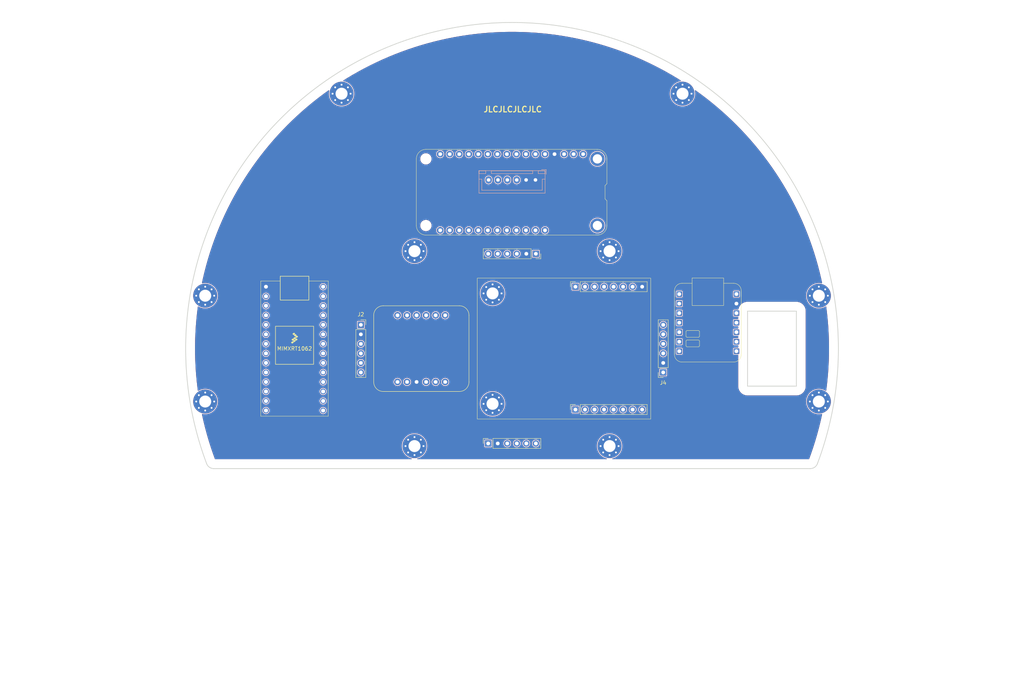
<source format=kicad_pcb>
(kicad_pcb (version 20221018) (generator pcbnew)
  (layers (0 "F.Cu" signal) (31 "B.Cu" signal) (34 "B.Paste" user) (35 "F.Paste" user) (36 "B.SilkS" user "B.Silkscreen") (37 "F.SilkS" user "F.Silkscreen") (38 "B.Mask" user) (39 "F.Mask" user) (44 "Edge.Cuts" user))
  (net 0 "")
  (net 13 "+5V")
  (net 14 "/CAM TX")
  (net 15 "/CAM RX")
  (net 16 "GND")
  (net 25 "+3V3")
  (net 26 "/SCL TOF")
  (net 27 "/SDA TOF")
  (net 29 "/XSHUT 0")
  (net 31 "/XSHUT 1")
  (net 33 "/XSHUT 2")
  (net 35 "/XSHUT 3")
  (net 37 "/COM SCL")
  (net 38 "/COM SDA")
  (net 43 "/COM RST")
  (net 46 "/ESP TX")
  (net 47 "/ESP RX")
  (net 52 "/OLED RST")
  (net 53 "/OLED SDA")
  (net 54 "/OLED SCL")
  (net 55 "/C")
  (net 56 "/B")
  (net 57 "/A")
  (net 69 "/L3 TX")
  (net 70 "/L3 RX")
  (footprint "Connector_PinSocket_2.54mm:PinSocket_1x06_P2.54mm_Vertical" (layer "F.Cu") (at 108.196 98.654)
    (fp_text reference "J2" (at 0 -2.77) (layer "F.SilkS"))
    (fp_text value "TOF 0")
    (fp_line (start -1.33 1.27) (end -1.33 14.03) (stroke (width 0.12)) (layer "F.SilkS"))
    (fp_line (start -1.33 1.27) (end 1.33 1.27) (stroke (width 0.12)) (layer "F.SilkS"))
    (fp_line (start -1.33 14.03) (end 1.33 14.03) (stroke (width 0.12)) (layer "F.SilkS"))
    (fp_line (start 0 -1.33) (end 1.33 -1.33) (stroke (width 0.12)) (layer "F.SilkS"))
    (fp_line (start 1.33 -1.33) (end 1.33 0) (stroke (width 0.12)) (layer "F.SilkS"))
    (fp_line (start 1.33 1.27) (end 1.33 14.03) (stroke (width 0.12)) (layer "F.SilkS"))
    (pad "1" thru_hole rect (at 0 0) (size 1.7 1.7) (drill 1) (layers "*.Cu" "*.Mask") (net 13 "+5V"))
    (pad "2" thru_hole oval (at 0 2.54) (size 1.7 1.7) (drill 1) (layers "*.Cu" "*.Mask") (net 16 "GND"))
    (pad "3" thru_hole oval (at 0 5.08) (size 1.7 1.7) (drill 1) (layers "*.Cu" "*.Mask") (net 26 "/SCL TOF"))
    (pad "4" thru_hole oval (at 0 7.62) (size 1.7 1.7) (drill 1) (layers "*.Cu" "*.Mask") (net 27 "/SDA TOF"))
    (pad "5" thru_hole oval (at 0 10.16) (size 1.7 1.7) (drill 1) (layers "*.Cu" "*.Mask"))
    (pad "6" thru_hole oval (at 0 12.7) (size 1.7 1.7) (drill 1) (layers "*.Cu" "*.Mask") (net 29 "/XSHUT 0"))
  )
  (footprint "MountingHole:MountingHole_3.2mm_M3_Pad_Via" (layer "F.Cu") (at 122.4961 131.004)
    (fp_text reference "H3" hide)
    (fp_text value "MountingHole_Pad")
    (pad "1" thru_hole circle (at -2.4 0) (size 0.8 0.8) (drill 0.5) (layers "*.Cu" "*.Mask"))
    (pad "1" thru_hole circle (at -1.697056 -1.697056) (size 0.8 0.8) (drill 0.5) (layers "*.Cu" "*.Mask"))
    (pad "1" thru_hole circle (at -1.697056 1.697056) (size 0.8 0.8) (drill 0.5) (layers "*.Cu" "*.Mask"))
    (pad "1" thru_hole circle (at 0 -2.4) (size 0.8 0.8) (drill 0.5) (layers "*.Cu" "*.Mask"))
    (pad "1" thru_hole circle (at 0 0) (size 6.4 6.4) (drill 3.2) (layers "*.Cu" "*.Mask"))
    (pad "1" thru_hole circle (at 0 2.4) (size 0.8 0.8) (drill 0.5) (layers "*.Cu" "*.Mask"))
    (pad "1" thru_hole circle (at 1.697056 -1.697056) (size 0.8 0.8) (drill 0.5) (layers "*.Cu" "*.Mask"))
    (pad "1" thru_hole circle (at 1.697056 1.697056) (size 0.8 0.8) (drill 0.5) (layers "*.Cu" "*.Mask"))
    (pad "1" thru_hole circle (at 2.4 0) (size 0.8 0.8) (drill 0.5) (layers "*.Cu" "*.Mask"))
  )
  (footprint "2024l3:openmv" (layer "F.Cu") (at 148.496 105.004 90)
    (fp_text reference "U1" hide)
    (fp_text value "OpenMV" hide)
    (fp_line (start -17.586 18.177) (end -17.586 36.017) (stroke (width 0.12)) (layer "F.SilkS"))
    (fp_line (start -17.586 18.177) (end -14.926 18.177) (stroke (width 0.12)) (layer "F.SilkS"))
    (fp_line (start -17.586 36.017) (end -14.926 36.017) (stroke (width 0.12)) (layer "F.SilkS"))
    (fp_line (start -16.256 15.577) (end -14.926 15.577) (stroke (width 0.12)) (layer "F.SilkS"))
    (fp_line (start -14.926 15.577) (end -14.926 16.907) (stroke (width 0.12)) (layer "F.SilkS"))
    (fp_line (start -14.926 18.177) (end -14.926 36.017) (stroke (width 0.12)) (layer "F.SilkS"))
    (fp_line (start 15.18 18.177) (end 15.18 36.017) (stroke (width 0.12)) (layer "F.SilkS"))
    (fp_line (start 15.18 18.177) (end 17.84 18.177) (stroke (width 0.12)) (layer "F.SilkS"))
    (fp_line (start 15.18 36.017) (end 17.84 36.017) (stroke (width 0.12)) (layer "F.SilkS"))
    (fp_line (start 16.51 15.577) (end 17.84 15.577) (stroke (width 0.12)) (layer "F.SilkS"))
    (fp_line (start 17.84 15.577) (end 17.84 16.907) (stroke (width 0.12)) (layer "F.SilkS"))
    (fp_line (start 17.84 18.177) (end 17.84 36.017) (stroke (width 0.12)) (layer "F.SilkS"))
    (fp_rect (start -18.796 36.973) (end 18.796 -9.255) (stroke (width 0.1)) (fill none) (layer "F.SilkS"))
    (pad "0" thru_hole circle (at -17.132 -5.191 90) (size 0.8 0.8) (drill 0.5) (layers "*.Cu" "*.Mask"))
    (pad "0" thru_hole circle (at -16.429056 -6.888056 90) (size 0.8 0.8) (drill 0.5) (layers "*.Cu" "*.Mask"))
    (pad "0" thru_hole circle (at -16.429056 -3.493944 90) (size 0.8 0.8) (drill 0.5) (layers "*.Cu" "*.Mask"))
    (pad "0" thru_hole circle (at -14.732 -7.591 90) (size 0.8 0.8) (drill 0.5) (layers "*.Cu" "*.Mask"))
    (pad "0" thru_hole circle (at -14.732 -5.191 90) (size 6.4 6.4) (drill 3.2) (layers "*.Cu" "*.Mask"))
    (pad "0" thru_hole circle (at -14.732 -2.791 90) (size 0.8 0.8) (drill 0.5) (layers "*.Cu" "*.Mask"))
    (pad "0" thru_hole circle (at -13.034944 -6.888056 90) (size 0.8 0.8) (drill 0.5) (layers "*.Cu" "*.Mask"))
    (pad "0" thru_hole circle (at -13.034944 -3.493944 90) (size 0.8 0.8) (drill 0.5) (layers "*.Cu" "*.Mask"))
    (pad "0" thru_hole circle (at -12.332 -5.191 90) (size 0.8 0.8) (drill 0.5) (layers "*.Cu" "*.Mask"))
    (pad "0" thru_hole circle (at 12.332 -5.191 90) (size 0.8 0.8) (drill 0.5) (layers "*.Cu" "*.Mask"))
    (pad "0" thru_hole circle (at 13.034944 -6.888056 90) (size 0.8 0.8) (drill 0.5) (layers "*.Cu" "*.Mask"))
    (pad "0" thru_hole circle (at 13.034944 -3.493944 90) (size 0.8 0.8) (drill 0.5) (layers "*.Cu" "*.Mask"))
    (pad "0" thru_hole circle (at 14.732 -7.591 90) (size 0.8 0.8) (drill 0.5) (layers "*.Cu" "*.Mask"))
    (pad "0" thru_hole circle (at 14.732 -5.191 90) (size 6.4 6.4) (drill 3.2) (layers "*.Cu" "*.Mask"))
    (pad "0" thru_hole circle (at 14.732 -2.791 90) (size 0.8 0.8) (drill 0.5) (layers "*.Cu" "*.Mask"))
    (pad "0" thru_hole circle (at 16.429056 -6.888056 90) (size 0.8 0.8) (drill 0.5) (layers "*.Cu" "*.Mask"))
    (pad "0" thru_hole circle (at 16.429056 -3.493944 90) (size 0.8 0.8) (drill 0.5) (layers "*.Cu" "*.Mask"))
    (pad "0" thru_hole circle (at 17.132 -5.191 90) (size 0.8 0.8) (drill 0.5) (layers "*.Cu" "*.Mask"))
    (pad "1" thru_hole rect (at -16.256 16.907 90) (size 1.7 1.7) (drill 1) (layers "*.Cu" "*.Mask"))
    (pad "2" thru_hole oval (at -16.256 19.447 90) (size 1.7 1.7) (drill 1) (layers "*.Cu" "*.Mask"))
    (pad "3" thru_hole oval (at -16.256 21.987 90) (size 1.7 1.7) (drill 1) (layers "*.Cu" "*.Mask"))
    (pad "4" thru_hole oval (at -16.256 24.527 90) (size 1.7 1.7) (drill 1) (layers "*.Cu" "*.Mask"))
    (pad "5" thru_hole oval (at -16.256 27.067 90) (size 1.7 1.7) (drill 1) (layers "*.Cu" "*.Mask") (net 14 "/CAM TX"))
    (pad "6" thru_hole oval (at -16.256 29.607 90) (size 1.7 1.7) (drill 1) (layers "*.Cu" "*.Mask") (net 15 "/CAM RX"))
    (pad "7" thru_hole oval (at -16.256 32.147 90) (size 1.7 1.7) (drill 1) (layers "*.Cu" "*.Mask"))
    (pad "8" thru_hole oval (at -16.256 34.687 90) (size 1.7 1.7) (drill 1) (layers "*.Cu" "*.Mask"))
    (pad "9" thru_hole oval (at 16.51 34.687 90) (size 1.7 1.7) (drill 1) (layers "*.Cu" "*.Mask") (net 16 "GND"))
    (pad "10" thru_hole oval (at 16.51 32.147 90) (size 1.7 1.7) (drill 1) (layers "*.Cu" "*.Mask") (net 13 "+5V"))
    (pad "11" thru_hole oval (at 16.51 29.607 90) (size 1.7 1.7) (drill 1) (layers "*.Cu" "*.Mask"))
    (pad "12" thru_hole oval (at 16.51 27.067 90) (size 1.7 1.7) (drill 1) (layers "*.Cu" "*.Mask"))
    (pad "13" thru_hole oval (at 16.51 24.527 90) (size 1.7 1.7) (drill 1) (layers "*.Cu" "*.Mask"))
    (pad "14" thru_hole oval (at 16.51 21.987 90) (size 1.7 1.7) (drill 1) (layers "*.Cu" "*.Mask"))
    (pad "15" thru_hole oval (at 16.51 19.447 90) (size 1.7 1.7) (drill 1) (layers "*.Cu" "*.Mask"))
    (pad "16" thru_hole rect (at 16.51 16.907 90) (size 1.7 1.7) (drill 1) (layers "*.Cu" "*.Mask"))
  )
  (footprint "2024l3:xiao-esp32c3" (layer "F.Cu") (at 200.696 98.079)
    (fp_text reference "U3" hide)
    (fp_text value "xiao-esp32c3" hide)
    (fp_line (start -8.9 -8.5) (end -8.9 8.5) (stroke (width 0.1)) (layer "F.SilkS"))
    (fp_line (start -6.9 -10.5) (end -4.2 -10.5) (stroke (width 0.1)) (layer "F.SilkS"))
    (fp_line (start -6.9 10.5) (end 6.9 10.5) (stroke (width 0.1)) (layer "F.SilkS"))
    (fp_line (start 4.2 -10.5) (end 6.9 -10.5) (stroke (width 0.1)) (layer "F.SilkS"))
    (fp_line (start 8.9 8.5) (end 8.9 -8.5) (stroke (width 0.1)) (layer "F.SilkS"))
    (fp_rect (start -4.2 -11.92403) (end 4.2 -4.57073) (stroke (width 0.1)) (fill none) (layer "F.SilkS"))
    (fp_arc (start -8.9 -8.5) (mid -8.314214 -9.914214) (end -6.9 -10.5) (stroke (width 0.1)) (layer "F.SilkS"))
    (fp_arc (start -6.9 10.5) (mid -8.314214 9.914214) (end -8.9 8.5) (stroke (width 0.1)) (layer "F.SilkS"))
    (fp_arc (start 6.9 -10.5) (mid 8.314214 -9.914214) (end 8.9 -8.5) (stroke (width 0.1)) (layer "F.SilkS"))
    (fp_arc (start 8.9 8.5) (mid 8.314214 9.914214) (end 6.9 10.5) (stroke (width 0.1)) (layer "F.SilkS"))
    (fp_poly (pts (xy -8.887715 -8.561705) (xy -8.884667 -8.610473) (xy -8.880603 -8.659494)) (stroke (width 0.0254)) (fill none) (layer "F.SilkS"))
    (fp_poly (pts (xy 8.889492 8.521574) (xy 8.887713 8.57085) (xy 8.884665 8.619618) (xy 8.880601 8.668639) (xy 8.875268 8.717407) (xy 8.868664 8.766175) (xy 8.861044 8.81469) (xy 8.852153 8.86295) (xy 8.842248 8.910955)) (stroke (width 0.0254)) (fill none) (layer "F.SilkS"))
    (pad "0" thru_hole roundrect (at -7.62 -7.62 180) (size 1.5 1.5) (drill 1) (layers "*.Cu" "*.Mask") (roundrect_rratio 0.1) (net 29 "/XSHUT 0"))
    (pad "1" thru_hole roundrect (at -7.62 -5.08 180) (size 1.5 1.5) (drill 1) (layers "*.Cu" "*.Mask") (roundrect_rratio 0.1) (net 31 "/XSHUT 1"))
    (pad "2" thru_hole roundrect (at -7.62 -2.54 180) (size 1.5 1.5) (drill 1) (layers "*.Cu" "*.Mask") (roundrect_rratio 0.1) (net 33 "/XSHUT 2"))
    (pad "3" thru_hole roundrect (at -7.62 0 180) (size 1.5 1.5) (drill 1) (layers "*.Cu" "*.Mask") (roundrect_rratio 0.1) (net 35 "/XSHUT 3"))
    (pad "4" thru_hole roundrect (at -7.62 2.54 180) (size 1.5 1.5) (drill 1) (layers "*.Cu" "*.Mask") (roundrect_rratio 0.1) (net 27 "/SDA TOF"))
    (pad "5" thru_hole roundrect (at -7.62 5.08 180) (size 1.5 1.5) (drill 1) (layers "*.Cu" "*.Mask") (roundrect_rratio 0.1) (net 26 "/SCL TOF"))
    (pad "6" thru_hole roundrect (at -7.62 7.62 180) (size 1.5 1.5) (drill 1) (layers "*.Cu" "*.Mask") (roundrect_rratio 0.1) (net 46 "/ESP TX"))
    (pad "7" thru_hole roundrect (at 7.62 7.62) (size 1.5 1.5) (drill 1) (layers "*.Cu" "*.Mask") (roundrect_rratio 0.1) (net 47 "/ESP RX"))
    (pad "8" thru_hole roundrect (at 7.62 5.08) (size 1.5 1.5) (drill 1) (layers "*.Cu" "*.Mask") (roundrect_rratio 0.1))
    (pad "9" thru_hole roundrect (at 7.62 2.54) (size 1.5 1.5) (drill 1) (layers "*.Cu" "*.Mask") (roundrect_rratio 0.1))
    (pad "10" thru_hole roundrect (at 7.62 0) (size 1.5 1.5) (drill 1) (layers "*.Cu" "*.Mask") (roundrect_rratio 0.1))
    (pad "11" thru_hole roundrect (at 7.62 -2.54) (size 1.5 1.5) (drill 1) (layers "*.Cu" "*.Mask") (roundrect_rratio 0.1))
    (pad "12" thru_hole roundrect (at 7.62 -5.08) (size 1.5 1.5) (drill 1) (layers "*.Cu" "*.Mask") (roundrect_rratio 0.1) (net 16 "GND"))
    (pad "13" thru_hole roundrect (at 7.62 -7.62) (size 1.5 1.5) (drill 1) (layers "*.Cu" "*.Mask") (roundrect_rratio 0.1) (net 13 "+5V"))
  )
  (footprint "MountingHole:MountingHole_3.2mm_M3_Pad_Via" (layer "F.Cu") (at 174.4961 131.004)
    (fp_text reference "H4" hide)
    (fp_text value "MountingHole_Pad")
    (pad "1" thru_hole circle (at -2.4 0) (size 0.8 0.8) (drill 0.5) (layers "*.Cu" "*.Mask"))
    (pad "1" thru_hole circle (at -1.697056 -1.697056) (size 0.8 0.8) (drill 0.5) (layers "*.Cu" "*.Mask"))
    (pad "1" thru_hole circle (at -1.697056 1.697056) (size 0.8 0.8) (drill 0.5) (layers "*.Cu" "*.Mask"))
    (pad "1" thru_hole circle (at 0 -2.4) (size 0.8 0.8) (drill 0.5) (layers "*.Cu" "*.Mask"))
    (pad "1" thru_hole circle (at 0 0) (size 6.4 6.4) (drill 3.2) (layers "*.Cu" "*.Mask"))
    (pad "1" thru_hole circle (at 0 2.4) (size 0.8 0.8) (drill 0.5) (layers "*.Cu" "*.Mask"))
    (pad "1" thru_hole circle (at 1.697056 -1.697056) (size 0.8 0.8) (drill 0.5) (layers "*.Cu" "*.Mask"))
    (pad "1" thru_hole circle (at 1.697056 1.697056) (size 0.8 0.8) (drill 0.5) (layers "*.Cu" "*.Mask"))
    (pad "1" thru_hole circle (at 2.4 0) (size 0.8 0.8) (drill 0.5) (layers "*.Cu" "*.Mask"))
  )
  (footprint "MountingHole:MountingHole_3.2mm_M3_Pad_Via" (layer "F.Cu") (at 66.704857 90.889864)
    (fp_text reference "H1" hide)
    (fp_text value "MountingHole_Pad")
    (pad "1" thru_hole circle (at -2.4 0) (size 0.8 0.8) (drill 0.5) (layers "*.Cu" "*.Mask"))
    (pad "1" thru_hole circle (at -1.697056 -1.697056) (size 0.8 0.8) (drill 0.5) (layers "*.Cu" "*.Mask"))
    (pad "1" thru_hole circle (at -1.697056 1.697056) (size 0.8 0.8) (drill 0.5) (layers "*.Cu" "*.Mask"))
    (pad "1" thru_hole circle (at 0 -2.4) (size 0.8 0.8) (drill 0.5) (layers "*.Cu" "*.Mask"))
    (pad "1" thru_hole circle (at 0 0) (size 6.4 6.4) (drill 3.2) (layers "*.Cu" "*.Mask"))
    (pad "1" thru_hole circle (at 0 2.4) (size 0.8 0.8) (drill 0.5) (layers "*.Cu" "*.Mask"))
    (pad "1" thru_hole circle (at 1.697056 -1.697056) (size 0.8 0.8) (drill 0.5) (layers "*.Cu" "*.Mask"))
    (pad "1" thru_hole circle (at 1.697056 1.697056) (size 0.8 0.8) (drill 0.5) (layers "*.Cu" "*.Mask"))
    (pad "1" thru_hole circle (at 2.4 0) (size 0.8 0.8) (drill 0.5) (layers "*.Cu" "*.Mask"))
  )
  (footprint "MountingHole:MountingHole_3.2mm_M3_Pad_Via" (layer "F.Cu") (at 103.052395 37.002422)
    (fp_text reference "H8" hide)
    (fp_text value "MountingHole_Pad")
    (pad "1" thru_hole circle (at -2.4 0) (size 0.8 0.8) (drill 0.5) (layers "*.Cu" "*.Mask"))
    (pad "1" thru_hole circle (at -1.697056 -1.697056) (size 0.8 0.8) (drill 0.5) (layers "*.Cu" "*.Mask"))
    (pad "1" thru_hole circle (at -1.697056 1.697056) (size 0.8 0.8) (drill 0.5) (layers "*.Cu" "*.Mask"))
    (pad "1" thru_hole circle (at 0 -2.4) (size 0.8 0.8) (drill 0.5) (layers "*.Cu" "*.Mask"))
    (pad "1" thru_hole circle (at 0 0) (size 6.4 6.4) (drill 3.2) (layers "*.Cu" "*.Mask"))
    (pad "1" thru_hole circle (at 0 2.4) (size 0.8 0.8) (drill 0.5) (layers "*.Cu" "*.Mask"))
    (pad "1" thru_hole circle (at 1.697056 -1.697056) (size 0.8 0.8) (drill 0.5) (layers "*.Cu" "*.Mask"))
    (pad "1" thru_hole circle (at 1.697056 1.697056) (size 0.8 0.8) (drill 0.5) (layers "*.Cu" "*.Mask"))
    (pad "1" thru_hole circle (at 2.4 0) (size 0.8 0.8) (drill 0.5) (layers "*.Cu" "*.Mask"))
  )
  (footprint "MountingHole:MountingHole_3.2mm_M3_Pad_Via" (layer "F.Cu") (at 174.4961 79.004)
    (fp_text reference "H9" hide)
    (fp_text value "MountingHole_Pad")
    (pad "1" thru_hole circle (at -2.4 0) (size 0.8 0.8) (drill 0.5) (layers "*.Cu" "*.Mask"))
    (pad "1" thru_hole circle (at -1.697056 -1.697056) (size 0.8 0.8) (drill 0.5) (layers "*.Cu" "*.Mask"))
    (pad "1" thru_hole circle (at -1.697056 1.697056) (size 0.8 0.8) (drill 0.5) (layers "*.Cu" "*.Mask"))
    (pad "1" thru_hole circle (at 0 -2.4) (size 0.8 0.8) (drill 0.5) (layers "*.Cu" "*.Mask"))
    (pad "1" thru_hole circle (at 0 0) (size 6.4 6.4) (drill 3.2) (layers "*.Cu" "*.Mask"))
    (pad "1" thru_hole circle (at 0 2.4) (size 0.8 0.8) (drill 0.5) (layers "*.Cu" "*.Mask"))
    (pad "1" thru_hole circle (at 1.697056 -1.697056) (size 0.8 0.8) (drill 0.5) (layers "*.Cu" "*.Mask"))
    (pad "1" thru_hole circle (at 1.697056 1.697056) (size 0.8 0.8) (drill 0.5) (layers "*.Cu" "*.Mask"))
    (pad "1" thru_hole circle (at 2.4 0) (size 0.8 0.8) (drill 0.5) (layers "*.Cu" "*.Mask"))
  )
  (footprint "MountingHole:MountingHole_3.2mm_M3_Pad_Via" (layer "F.Cu") (at 193.939606 37.002422)
    (fp_text reference "H7" hide)
    (fp_text value "MountingHole_Pad")
    (pad "1" thru_hole circle (at -2.4 0) (size 0.8 0.8) (drill 0.5) (layers "*.Cu" "*.Mask"))
    (pad "1" thru_hole circle (at -1.697056 -1.697056) (size 0.8 0.8) (drill 0.5) (layers "*.Cu" "*.Mask"))
    (pad "1" thru_hole circle (at -1.697056 1.697056) (size 0.8 0.8) (drill 0.5) (layers "*.Cu" "*.Mask"))
    (pad "1" thru_hole circle (at 0 -2.4) (size 0.8 0.8) (drill 0.5) (layers "*.Cu" "*.Mask"))
    (pad "1" thru_hole circle (at 0 0) (size 6.4 6.4) (drill 3.2) (layers "*.Cu" "*.Mask"))
    (pad "1" thru_hole circle (at 0 2.4) (size 0.8 0.8) (drill 0.5) (layers "*.Cu" "*.Mask"))
    (pad "1" thru_hole circle (at 1.697056 -1.697056) (size 0.8 0.8) (drill 0.5) (layers "*.Cu" "*.Mask"))
    (pad "1" thru_hole circle (at 1.697056 1.697056) (size 0.8 0.8) (drill 0.5) (layers "*.Cu" "*.Mask"))
    (pad "1" thru_hole circle (at 2.4 0) (size 0.8 0.8) (drill 0.5) (layers "*.Cu" "*.Mask"))
  )
  (footprint "Connector_PinSocket_2.54mm:PinSocket_1x06_P2.54mm_Vertical" (layer "F.Cu") (at 154.846 79.704 -90)
    (fp_text reference "J3" hide)
    (fp_text value "TOF 1")
    (fp_line (start -1.33 1.27) (end -1.33 14.03) (stroke (width 0.12)) (layer "F.SilkS"))
    (fp_line (start -1.33 1.27) (end 1.33 1.27) (stroke (width 0.12)) (layer "F.SilkS"))
    (fp_line (start -1.33 14.03) (end 1.33 14.03) (stroke (width 0.12)) (layer "F.SilkS"))
    (fp_line (start 0 -1.33) (end 1.33 -1.33) (stroke (width 0.12)) (layer "F.SilkS"))
    (fp_line (start 1.33 -1.33) (end 1.33 0) (stroke (width 0.12)) (layer "F.SilkS"))
    (fp_line (start 1.33 1.27) (end 1.33 14.03) (stroke (width 0.12)) (layer "F.SilkS"))
    (pad "1" thru_hole rect (at 0 0 270) (size 1.7 1.7) (drill 1) (layers "*.Cu" "*.Mask") (net 13 "+5V"))
    (pad "2" thru_hole oval (at 0 2.54 270) (size 1.7 1.7) (drill 1) (layers "*.Cu" "*.Mask") (net 16 "GND"))
    (pad "3" thru_hole oval (at 0 5.08 270) (size 1.7 1.7) (drill 1) (layers "*.Cu" "*.Mask") (net 26 "/SCL TOF"))
    (pad "4" thru_hole oval (at 0 7.62 270) (size 1.7 1.7) (drill 1) (layers "*.Cu" "*.Mask") (net 27 "/SDA TOF"))
    (pad "5" thru_hole oval (at 0 10.16 270) (size 1.7 1.7) (drill 1) (layers "*.Cu" "*.Mask"))
    (pad "6" thru_hole oval (at 0 12.7 270) (size 1.7 1.7) (drill 1) (layers "*.Cu" "*.Mask") (net 31 "/XSHUT 1"))
  )
  (footprint "MountingHole:MountingHole_3.2mm_M3_Pad_Via" (layer "F.Cu") (at 122.4961 79.004)
    (fp_text reference "H10" hide)
    (fp_text value "MountingHole_Pad")
    (pad "1" thru_hole circle (at -2.4 0) (size 0.8 0.8) (drill 0.5) (layers "*.Cu" "*.Mask"))
    (pad "1" thru_hole circle (at -1.697056 -1.697056) (size 0.8 0.8) (drill 0.5) (layers "*.Cu" "*.Mask"))
    (pad "1" thru_hole circle (at -1.697056 1.697056) (size 0.8 0.8) (drill 0.5) (layers "*.Cu" "*.Mask"))
    (pad "1" thru_hole circle (at 0 -2.4) (size 0.8 0.8) (drill 0.5) (layers "*.Cu" "*.Mask"))
    (pad "1" thru_hole circle (at 0 0) (size 6.4 6.4) (drill 3.2) (layers "*.Cu" "*.Mask"))
    (pad "1" thru_hole circle (at 0 2.4) (size 0.8 0.8) (drill 0.5) (layers "*.Cu" "*.Mask"))
    (pad "1" thru_hole circle (at 1.697056 -1.697056) (size 0.8 0.8) (drill 0.5) (layers "*.Cu" "*.Mask"))
    (pad "1" thru_hole circle (at 1.697056 1.697056) (size 0.8 0.8) (drill 0.5) (layers "*.Cu" "*.Mask"))
    (pad "1" thru_hole circle (at 2.4 0) (size 0.8 0.8) (drill 0.5) (layers "*.Cu" "*.Mask"))
  )
  (footprint "MountingHole:MountingHole_3.2mm_M3_Pad_Via" (layer "F.Cu") (at 230.287143 90.889864)
    (fp_text reference "H6" hide)
    (fp_text value "MountingHole_Pad")
    (pad "1" thru_hole circle (at -2.4 0) (size 0.8 0.8) (drill 0.5) (layers "*.Cu" "*.Mask"))
    (pad "1" thru_hole circle (at -1.697056 -1.697056) (size 0.8 0.8) (drill 0.5) (layers "*.Cu" "*.Mask"))
    (pad "1" thru_hole circle (at -1.697056 1.697056) (size 0.8 0.8) (drill 0.5) (layers "*.Cu" "*.Mask"))
    (pad "1" thru_hole circle (at 0 -2.4) (size 0.8 0.8) (drill 0.5) (layers "*.Cu" "*.Mask"))
    (pad "1" thru_hole circle (at 0 0) (size 6.4 6.4) (drill 3.2) (layers "*.Cu" "*.Mask"))
    (pad "1" thru_hole circle (at 0 2.4) (size 0.8 0.8) (drill 0.5) (layers "*.Cu" "*.Mask"))
    (pad "1" thru_hole circle (at 1.697056 -1.697056) (size 0.8 0.8) (drill 0.5) (layers "*.Cu" "*.Mask"))
    (pad "1" thru_hole circle (at 1.697056 1.697056) (size 0.8 0.8) (drill 0.5) (layers "*.Cu" "*.Mask"))
    (pad "1" thru_hole circle (at 2.4 0) (size 0.8 0.8) (drill 0.5) (layers "*.Cu" "*.Mask"))
  )
  (footprint "2024l3:res0603" (layer "F.Cu") (at 196.671 101.079 180)
    (fp_text reference "R1" hide)
    (fp_text value "1K")
    (fp_line (start -1.8 0.6) (end -1.8 -0.6) (stroke (width 0.1)) (layer "F.SilkS"))
    (fp_line (start -1.5 -0.9) (end 1.5 -0.9) (stroke (width 0.1)) (layer "F.SilkS"))
    (fp_line (start -1.5 0.9) (end 1.5 0.9) (stroke (width 0.1)) (layer "F.SilkS"))
    (fp_line (start 1.8 -0.6) (end 1.8 0.6) (stroke (width 0.1)) (layer "F.SilkS"))
    (fp_arc (start -1.8 -0.6) (mid -1.712132 -0.812132) (end -1.5 -0.9) (stroke (width 0.1)) (layer "F.SilkS"))
    (fp_arc (start -1.5 0.9) (mid -1.712132 0.812132) (end -1.8 0.6) (stroke (width 0.1)) (layer "F.SilkS"))
    (fp_arc (start 1.5 -0.9) (mid 1.712132 -0.812132) (end 1.8 -0.6) (stroke (width 0.1)) (layer "F.SilkS"))
    (fp_arc (start 1.8 0.6) (mid 1.712132 0.812132) (end 1.5 0.9) (stroke (width 0.1)) (layer "F.SilkS"))
    (pad "1" smd roundrect (at -0.8 0 180) (size 1 1) (layers "F.Cu" "F.Paste" "F.Mask") (roundrect_rratio 0.1) (net 13 "+5V"))
    (pad "2" smd roundrect (at 0.8 0 180) (size 1 1) (layers "F.Cu" "F.Paste" "F.Mask") (roundrect_rratio 0.1) (net 27 "/SDA TOF"))
  )
  (footprint "2024l3:bno085" (layer "F.Cu") (at 124.321 105.004 180)
    (fp_text reference "U2" hide)
    (fp_text value "4754")
    (fp_line (start -12.7 -8.89) (end -12.7 8.89) (stroke (width 0.127)) (layer "F.SilkS"))
    (fp_line (start -10.16 11.43) (end 10.16 11.43) (stroke (width 0.127)) (layer "F.SilkS"))
    (fp_line (start 10.16 -11.43) (end -10.16 -11.43) (stroke (width 0.127)) (layer "F.SilkS"))
    (fp_line (start 12.7 8.89) (end 12.7 -8.89) (stroke (width 0.127)) (layer "F.SilkS"))
    (fp_arc (start -12.7 -8.89) (mid -11.956051 -10.686051) (end -10.16 -11.43) (stroke (width 0.127)) (layer "F.SilkS"))
    (fp_arc (start -10.16 11.43) (mid -11.956051 10.686051) (end -12.7 8.89) (stroke (width 0.127)) (layer "F.SilkS"))
    (fp_arc (start 10.16 -11.43) (mid 11.956051 -10.686051) (end 12.7 -8.89) (stroke (width 0.127)) (layer "F.SilkS"))
    (fp_arc (start 12.7 8.89) (mid 11.956051 10.686051) (end 10.16 11.43) (stroke (width 0.127)) (layer "F.SilkS"))
    (pad "JP1_1" thru_hole circle (at -6.35 8.89 180) (size 1.778 1.778) (drill 1) (layers "*.Cu" "*.Mask") (net 13 "+5V"))
    (pad "JP1_2" thru_hole circle (at -3.81 8.89 180) (size 1.778 1.778) (drill 1) (layers "*.Cu" "*.Mask"))
    (pad "JP1_3" thru_hole circle (at -1.27 8.89 180) (size 1.778 1.778) (drill 1) (layers "*.Cu" "*.Mask") (net 16 "GND"))
    (pad "JP1_4" thru_hole circle (at 1.27 8.89 180) (size 1.778 1.778) (drill 1) (layers "*.Cu" "*.Mask") (net 37 "/COM SCL"))
    (pad "JP1_5" thru_hole circle (at 3.81 8.89 180) (size 1.778 1.778) (drill 1) (layers "*.Cu" "*.Mask") (net 38 "/COM SDA"))
    (pad "JP1_6" thru_hole circle (at 6.35 8.89 180) (size 1.778 1.778) (drill 1) (layers "*.Cu" "*.Mask"))
    (pad "JP2_1" thru_hole circle (at -6.35 -8.89 180) (size 1.778 1.778) (drill 1) (layers "*.Cu" "*.Mask"))
    (pad "JP2_2" thru_hole circle (at -3.81 -8.89 180) (size 1.778 1.778) (drill 1) (layers "*.Cu" "*.Mask"))
    (pad "JP2_3" thru_hole circle (at -1.27 -8.89 180) (size 1.778 1.778) (drill 1) (layers "*.Cu" "*.Mask"))
    (pad "JP2_4" thru_hole circle (at 1.27 -8.89 180) (size 1.778 1.778) (drill 1) (layers "*.Cu" "*.Mask") (net 43 "/COM RST"))
    (pad "JP2_5" thru_hole circle (at 3.81 -8.89 180) (size 1.778 1.778) (drill 1) (layers "*.Cu" "*.Mask"))
    (pad "JP2_6" thru_hole circle (at 6.35 -8.89 180) (size 1.778 1.778) (drill 1) (layers "*.Cu" "*.Mask"))
  )
  (footprint "2024l2:Teensy 4.0" (layer "F.Cu") (at 90.521 105.004)
    (fp_text reference "U5" hide)
    (fp_text value "Teensy 4.0")
    (fp_text user "MIMXRT1062" (at 0 0) (layer "F.SilkS"))
    (fp_line (start -9 -18.034) (end -9 18.026) (stroke (width 0.1)) (layer "F.SilkS"))
    (fp_line (start -3.81 -19.304) (end 3.81 -19.304) (stroke (width 0.15)) (layer "F.SilkS"))
    (fp_line (start -3.81 -18.034) (end -9 -18.034) (stroke (width 0.1)) (layer "F.SilkS"))
    (fp_line (start -3.81 -18.034) (end -3.81 -19.304) (stroke (width 0.15)) (layer "F.SilkS"))
    (fp_line (start -3.81 -12.954) (end -3.81 -18.034) (stroke (width 0.15)) (layer "F.SilkS"))
    (fp_line (start -3.81 -12.954) (end 3.81 -12.954) (stroke (width 0.15)) (layer "F.SilkS"))
    (fp_line (start 3.81 -19.304) (end 3.81 -18.034) (stroke (width 0.15)) (layer "F.SilkS"))
    (fp_line (start 3.81 -12.954) (end 3.81 -18.034) (stroke (width 0.15)) (layer "F.SilkS"))
    (fp_line (start 9 -18.034) (end 3.81 -18.034) (stroke (width 0.1)) (layer "F.SilkS"))
    (fp_line (start 9 -18.034) (end 9 18.026) (stroke (width 0.1)) (layer "F.SilkS"))
    (fp_line (start 9 18.026) (end -9 18.026) (stroke (width 0.1)) (layer "F.SilkS"))
    (fp_rect (start 5.08 -5.969) (end -5.08 4.191) (stroke (width 0.15)) (fill none) (layer "F.SilkS"))
    (fp_poly (pts (xy -0.508 -1.905) (xy -0.254 -1.651) (xy -0.635 -1.397) (xy -0.889 -1.651)) (stroke (width 0.1)) (fill solid) (layer "F.SilkS"))
    (fp_poly (pts (xy -0.381 -2.667) (xy -0.127 -2.413) (xy -0.508 -2.159) (xy -0.762 -2.413)) (stroke (width 0.1)) (fill solid) (layer "F.SilkS"))
    (fp_poly (pts (xy -0.127 -4.191) (xy 0.127 -3.937) (xy -0.254 -3.683) (xy -0.508 -3.937)) (stroke (width 0.1)) (fill solid) (layer "F.SilkS"))
    (fp_poly (pts (xy 0 -2.286) (xy 0.254 -2.032) (xy -0.127 -1.778) (xy -0.381 -2.032)) (stroke (width 0.1)) (fill solid) (layer "F.SilkS"))
    (fp_poly (pts (xy 0.127 -3.048) (xy 0.381 -2.794) (xy 0 -2.54) (xy -0.254 -2.794)) (stroke (width 0.1)) (fill solid) (layer "F.SilkS"))
    (fp_poly (pts (xy 0.254 -3.81) (xy 0.508 -3.556) (xy 0.127 -3.302) (xy -0.127 -3.556)) (stroke (width 0.1)) (fill solid) (layer "F.SilkS"))
    (fp_poly (pts (xy 0.508 -2.667) (xy 0.762 -2.413) (xy 0.381 -2.159) (xy 0.127 -2.413)) (stroke (width 0.1)) (fill solid) (layer "F.SilkS"))
    (fp_poly (pts (xy 0.635 -3.429) (xy 0.889 -3.175) (xy 0.508 -2.921) (xy 0.254 -3.175)) (stroke (width 0.1)) (fill solid) (layer "F.SilkS"))
    (pad "0" thru_hole circle (at -7.62 -13.97) (size 1.53 1.53) (drill 1.02) (layers "*.Cu" "*.Mask") (net 70 "/L3 RX"))
    (pad "1" thru_hole circle (at -7.62 -11.43) (size 1.53 1.53) (drill 1.02) (layers "*.Cu" "*.Mask") (net 69 "/L3 TX"))
    (pad "2" thru_hole circle (at -7.62 -8.89) (size 1.53 1.53) (drill 1.02) (layers "*.Cu" "*.Mask") (net 52 "/OLED RST"))
    (pad "3" thru_hole circle (at -7.62 -6.35) (size 1.53 1.53) (drill 1.02) (layers "*.Cu" "*.Mask") (net 55 "/C"))
    (pad "3.3V_2" thru_hole circle (at 7.62 -11.43) (size 1.53 1.53) (drill 1.02) (layers "*.Cu" "*.Mask"))
    (pad "4" thru_hole circle (at -7.62 -3.81) (size 1.53 1.53) (drill 1.02) (layers "*.Cu" "*.Mask") (net 56 "/B"))
    (pad "5" thru_hole circle (at -7.62 -1.27) (size 1.53 1.53) (drill 1.02) (layers "*.Cu" "*.Mask") (net 57 "/A"))
    (pad "6" thru_hole circle (at -7.62 1.27) (size 1.53 1.53) (drill 1.02) (layers "*.Cu" "*.Mask") (net 43 "/COM RST"))
    (pad "7" thru_hole circle (at -7.62 3.81) (size 1.53 1.53) (drill 1.02) (layers "*.Cu" "*.Mask") (net 46 "/ESP TX"))
    (pad "8" thru_hole circle (at -7.62 6.35) (size 1.53 1.53) (drill 1.02) (layers "*.Cu" "*.Mask") (net 47 "/ESP RX"))
    (pad "9" thru_hole circle (at -7.62 8.89) (size 1.53 1.53) (drill 1.02) (layers "*.Cu" "*.Mask"))
    (pad "10" thru_hole circle (at -7.62 11.43) (size 1.53 1.53) (drill 1.02) (layers "*.Cu" "*.Mask"))
    (pad "11" thru_hole circle (at -7.62 13.97) (size 1.53 1.53) (drill 1.02) (layers "*.Cu" "*.Mask"))
    (pad "12" thru_hole circle (at -7.62 16.51) (size 1.53 1.53) (drill 1.02) (layers "*.Cu" "*.Mask"))
    (pad "13" thru_hole circle (at 7.62 16.51) (size 1.53 1.53) (drill 1.02) (layers "*.Cu" "*.Mask"))
    (pad "14" thru_hole circle (at 7.62 13.97) (size 1.53 1.53) (drill 1.02) (layers "*.Cu" "*.Mask"))
    (pad "15" thru_hole circle (at 7.62 11.43) (size 1.53 1.53) (drill 1.02) (layers "*.Cu" "*.Mask"))
    (pad "16" thru_hole circle (at 7.62 8.89) (size 1.53 1.53) (drill 1.02) (layers "*.Cu" "*.Mask") (net 37 "/COM SCL"))
    (pad "17" thru_hole circle (at 7.62 6.35) (size 1.53 1.53) (drill 1.02) (layers "*.Cu" "*.Mask") (net 38 "/COM SDA"))
    (pad "18" thru_hole circle (at 7.62 3.81) (size 1.53 1.53) (drill 1.02) (layers "*.Cu" "*.Mask") (net 53 "/OLED SDA"))
    (pad "19" thru_hole circle (at 7.62 1.27) (size 1.53 1.53) (drill 1.02) (layers "*.Cu" "*.Mask") (net 54 "/OLED SCL"))
    (pad "20" thru_hole circle (at 7.62 -1.27) (size 1.53 1.53) (drill 1.02) (layers "*.Cu" "*.Mask") (net 15 "/CAM RX"))
    (pad "21" thru_hole circle (at 7.62 -3.81) (size 1.53 1.53) (drill 1.02) (layers "*.Cu" "*.Mask") (net 14 "/CAM TX"))
    (pad "22" thru_hole circle (at 7.62 -6.35) (size 1.53 1.53) (drill 1.02) (layers "*.Cu" "*.Mask"))
    (pad "23" thru_hole circle (at 7.62 -8.89) (size 1.53 1.53) (drill 1.02) (layers "*.Cu" "*.Mask"))
    (pad "G1" thru_hole circle (at -7.62 -16.51) (size 1.53 1.53) (drill 1.02) (layers "*.Cu" "*.Mask") (net 16 "GND"))
    (pad "G3" thru_hole circle (at 7.62 -13.97) (size 1.53 1.53) (drill 1.02) (layers "*.Cu" "*.Mask"))
    (pad "VIN" thru_hole circle (at 7.62 -16.51) (size 1.53 1.53) (drill 1.02) (layers "*.Cu" "*.Mask") (net 13 "+5V"))
  )
  (footprint "Connector_PinSocket_2.54mm:PinSocket_1x06_P2.54mm_Vertical" (layer "F.Cu") (at 142.146 130.304 90)
    (fp_text reference "J5" hide)
    (fp_text value "TOF 3")
    (fp_line (start -1.33 1.27) (end -1.33 14.03) (stroke (width 0.12)) (layer "F.SilkS"))
    (fp_line (start -1.33 1.27) (end 1.33 1.27) (stroke (width 0.12)) (layer "F.SilkS"))
    (fp_line (start -1.33 14.03) (end 1.33 14.03) (stroke (width 0.12)) (layer "F.SilkS"))
    (fp_line (start 0 -1.33) (end 1.33 -1.33) (stroke (width 0.12)) (layer "F.SilkS"))
    (fp_line (start 1.33 -1.33) (end 1.33 0) (stroke (width 0.12)) (layer "F.SilkS"))
    (fp_line (start 1.33 1.27) (end 1.33 14.03) (stroke (width 0.12)) (layer "F.SilkS"))
    (pad "1" thru_hole rect (at 0 0 90) (size 1.7 1.7) (drill 1) (layers "*.Cu" "*.Mask") (net 13 "+5V"))
    (pad "2" thru_hole oval (at 0 2.54 90) (size 1.7 1.7) (drill 1) (layers "*.Cu" "*.Mask") (net 16 "GND"))
    (pad "3" thru_hole oval (at 0 5.08 90) (size 1.7 1.7) (drill 1) (layers "*.Cu" "*.Mask") (net 26 "/SCL TOF"))
    (pad "4" thru_hole oval (at 0 7.62 90) (size 1.7 1.7) (drill 1) (layers "*.Cu" "*.Mask") (net 27 "/SDA TOF"))
    (pad "5" thru_hole oval (at 0 10.16 90) (size 1.7 1.7) (drill 1) (layers "*.Cu" "*.Mask"))
    (pad "6" thru_hole oval (at 0 12.7 90) (size 1.7 1.7) (drill 1) (layers "*.Cu" "*.Mask") (net 35 "/XSHUT 3"))
  )
  (footprint "MountingHole:MountingHole_3.2mm_M3_Pad_Via" (layer "F.Cu") (at 66.704857 119.118136)
    (fp_text reference "H2" hide)
    (fp_text value "MountingHole_Pad")
    (pad "1" thru_hole circle (at -2.4 0) (size 0.8 0.8) (drill 0.5) (layers "*.Cu" "*.Mask"))
    (pad "1" thru_hole circle (at -1.697056 -1.697056) (size 0.8 0.8) (drill 0.5) (layers "*.Cu" "*.Mask"))
    (pad "1" thru_hole circle (at -1.697056 1.697056) (size 0.8 0.8) (drill 0.5) (layers "*.Cu" "*.Mask"))
    (pad "1" thru_hole circle (at 0 -2.4) (size 0.8 0.8) (drill 0.5) (layers "*.Cu" "*.Mask"))
    (pad "1" thru_hole circle (at 0 0) (size 6.4 6.4) (drill 3.2) (layers "*.Cu" "*.Mask"))
    (pad "1" thru_hole circle (at 0 2.4) (size 0.8 0.8) (drill 0.5) (layers "*.Cu" "*.Mask"))
    (pad "1" thru_hole circle (at 1.697056 -1.697056) (size 0.8 0.8) (drill 0.5) (layers "*.Cu" "*.Mask"))
    (pad "1" thru_hole circle (at 1.697056 1.697056) (size 0.8 0.8) (drill 0.5) (layers "*.Cu" "*.Mask"))
    (pad "1" thru_hole circle (at 2.4 0) (size 0.8 0.8) (drill 0.5) (layers "*.Cu" "*.Mask"))
  )
  (footprint "MountingHole:MountingHole_3.2mm_M3_Pad_Via" (layer "F.Cu") (at 230.287143 119.118136)
    (fp_text reference "H5" hide)
    (fp_text value "MountingHole_Pad")
    (pad "1" thru_hole circle (at -2.4 0) (size 0.8 0.8) (drill 0.5) (layers "*.Cu" "*.Mask"))
    (pad "1" thru_hole circle (at -1.697056 -1.697056) (size 0.8 0.8) (drill 0.5) (layers "*.Cu" "*.Mask"))
    (pad "1" thru_hole circle (at -1.697056 1.697056) (size 0.8 0.8) (drill 0.5) (layers "*.Cu" "*.Mask"))
    (pad "1" thru_hole circle (at 0 -2.4) (size 0.8 0.8) (drill 0.5) (layers "*.Cu" "*.Mask"))
    (pad "1" thru_hole circle (at 0 0) (size 6.4 6.4) (drill 3.2) (layers "*.Cu" "*.Mask"))
    (pad "1" thru_hole circle (at 0 2.4) (size 0.8 0.8) (drill 0.5) (layers "*.Cu" "*.Mask"))
    (pad "1" thru_hole circle (at 1.697056 -1.697056) (size 0.8 0.8) (drill 0.5) (layers "*.Cu" "*.Mask"))
    (pad "1" thru_hole circle (at 1.697056 1.697056) (size 0.8 0.8) (drill 0.5) (layers "*.Cu" "*.Mask"))
    (pad "1" thru_hole circle (at 2.4 0) (size 0.8 0.8) (drill 0.5) (layers "*.Cu" "*.Mask"))
  )
  (footprint "2024l3:res0603" (layer "F.Cu") (at 196.671 103.619)
    (fp_text reference "R2" hide)
    (fp_text value "1K")
    (fp_line (start -1.8 0.6) (end -1.8 -0.6) (stroke (width 0.1)) (layer "F.SilkS"))
    (fp_line (start -1.5 -0.9) (end 1.5 -0.9) (stroke (width 0.1)) (layer "F.SilkS"))
    (fp_line (start -1.5 0.9) (end 1.5 0.9) (stroke (width 0.1)) (layer "F.SilkS"))
    (fp_line (start 1.8 -0.6) (end 1.8 0.6) (stroke (width 0.1)) (layer "F.SilkS"))
    (fp_arc (start -1.8 -0.6) (mid -1.712132 -0.812132) (end -1.5 -0.9) (stroke (width 0.1)) (layer "F.SilkS"))
    (fp_arc (start -1.5 0.9) (mid -1.712132 0.812132) (end -1.8 0.6) (stroke (width 0.1)) (layer "F.SilkS"))
    (fp_arc (start 1.5 -0.9) (mid 1.712132 -0.812132) (end 1.8 -0.6) (stroke (width 0.1)) (layer "F.SilkS"))
    (fp_arc (start 1.8 0.6) (mid 1.712132 0.812132) (end 1.5 0.9) (stroke (width 0.1)) (layer "F.SilkS"))
    (pad "1" smd roundrect (at -0.8 0) (size 1 1) (layers "F.Cu" "F.Paste" "F.Mask") (roundrect_rratio 0.1) (net 26 "/SCL TOF"))
    (pad "2" smd roundrect (at 0.8 0) (size 1 1) (layers "F.Cu" "F.Paste" "F.Mask") (roundrect_rratio 0.1) (net 13 "+5V"))
  )
  (footprint "2024l3:Adafruit Feather OLED" (layer "F.Cu") (at 148.496 63.179 180)
    (fp_text reference "U4" hide)
    (fp_text value "Adafruit Featherwing" hide)
    (fp_line (start -25.3 -8.99) (end -25.3 -2.386) (stroke (width 0.1)) (layer "F.SilkS"))
    (fp_line (start -25.3 -2.386) (end -24.792 -1.878) (stroke (width 0.1)) (layer "F.SilkS"))
    (fp_line (start -25.3 2.186) (end -25.3 8.79) (stroke (width 0.1)) (layer "F.SilkS"))
    (fp_line (start -24.792 -1.878) (end -24.792 1.678) (stroke (width 0.1)) (layer "F.SilkS"))
    (fp_line (start -24.792 1.678) (end -25.3 2.186) (stroke (width 0.1)) (layer "F.SilkS"))
    (fp_line (start -22.76 11.33) (end 22.96 11.33) (stroke (width 0.1)) (layer "F.SilkS"))
    (fp_line (start 22.96 -11.53) (end -22.76 -11.53) (stroke (width 0.1)) (layer "F.SilkS"))
    (fp_line (start 25.5 8.79) (end 25.5 -8.99) (stroke (width 0.1)) (layer "F.SilkS"))
    (fp_arc (start -25.3 -8.99) (mid -24.556051 -10.786051) (end -22.76 -11.53) (stroke (width 0.1)) (layer "F.SilkS"))
    (fp_arc (start -22.76 11.33) (mid -24.556051 10.586051) (end -25.3 8.79) (stroke (width 0.1)) (layer "F.SilkS"))
    (fp_arc (start 22.96 -11.53) (mid 24.756051 -10.786051) (end 25.5 -8.99) (stroke (width 0.1)) (layer "F.SilkS"))
    (fp_arc (start 25.5 8.79) (mid 24.756051 10.586051) (end 22.96 11.33) (stroke (width 0.1)) (layer "F.SilkS"))
    (pad "" np_thru_hole circle (at 22.96 -8.99 180) (size 2.54 2.54) (drill 2.54) (layers "*.Cu" "*.Mask"))
    (pad "" np_thru_hole circle (at 22.96 8.79 180) (size 2.54 2.54) (drill 2.54) (layers "*.Cu" "*.Mask"))
    (pad "1" thru_hole circle (at -18.95 10.06 180) (size 1.778 1.778) (drill 1) (layers "*.Cu" "*.Mask") (net 52 "/OLED RST"))
    (pad "2" thru_hole circle (at -16.41 10.06 180) (size 1.778 1.778) (drill 1) (layers "*.Cu" "*.Mask") (net 25 "+3V3"))
    (pad "3" thru_hole circle (at -13.87 10.06 180) (size 1.778 1.778) (drill 1) (layers "*.Cu" "*.Mask"))
    (pad "4" thru_hole circle (at -11.33 10.06 180) (size 1.778 1.778) (drill 1) (layers "*.Cu" "*.Mask") (net 16 "GND"))
    (pad "5" thru_hole circle (at -8.79 10.06 180) (size 1.778 1.778) (drill 1) (layers "*.Cu" "*.Mask"))
    (pad "6" thru_hole circle (at -6.25 10.06 180) (size 1.778 1.778) (drill 1) (layers "*.Cu" "*.Mask"))
    (pad "7" thru_hole circle (at -3.71 10.06 180) (size 1.778 1.778) (drill 1) (layers "*.Cu" "*.Mask"))
    (pad "8" thru_hole circle (at -1.17 10.06 180) (size 1.778 1.778) (drill 1) (layers "*.Cu" "*.Mask"))
    (pad "9" thru_hole circle (at 1.37 10.06 180) (size 1.778 1.778) (drill 1) (layers "*.Cu" "*.Mask"))
    (pad "10" thru_hole circle (at 3.91 10.06 180) (size 1.778 1.778) (drill 1) (layers "*.Cu" "*.Mask"))
    (pad "11" thru_hole circle (at 6.45 10.06 180) (size 1.778 1.778) (drill 1) (layers "*.Cu" "*.Mask"))
    (pad "12" thru_hole circle (at 8.99 10.06 180) (size 1.778 1.778) (drill 1) (layers "*.Cu" "*.Mask"))
    (pad "13" thru_hole circle (at 11.53 10.06 180) (size 1.778 1.778) (drill 1) (layers "*.Cu" "*.Mask"))
    (pad "14" thru_hole circle (at 14.07 10.06 180) (size 1.778 1.778) (drill 1) (layers "*.Cu" "*.Mask"))
    (pad "15" thru_hole circle (at 16.61 10.06 180) (size 1.778 1.778) (drill 1) (layers "*.Cu" "*.Mask"))
    (pad "16" thru_hole circle (at 19.15 10.06 180) (size 1.778 1.778) (drill 1) (layers "*.Cu" "*.Mask"))
    (pad "17" thru_hole circle (at 19.15 -10.26 180) (size 1.778 1.778) (drill 1) (layers "*.Cu" "*.Mask") (net 53 "/OLED SDA"))
    (pad "18" thru_hole circle (at 16.61 -10.26 180) (size 1.778 1.778) (drill 1) (layers "*.Cu" "*.Mask") (net 54 "/OLED SCL"))
    (pad "19" thru_hole circle (at 14.07 -10.26 180) (size 1.778 1.778) (drill 1) (layers "*.Cu" "*.Mask") (net 55 "/C"))
    (pad "20" thru_hole circle (at 11.53 -10.26 180) (size 1.778 1.778) (drill 1) (layers "*.Cu" "*.Mask") (net 56 "/B"))
    (pad "21" thru_hole circle (at 8.99 -10.26 180) (size 1.778 1.778) (drill 1) (layers "*.Cu" "*.Mask") (net 57 "/A"))
    (pad "22" thru_hole circle (at 6.45 -10.26 180) (size 1.778 1.778) (drill 1) (layers "*.Cu" "*.Mask"))
    (pad "23" thru_hole circle (at 3.91 -10.26 180) (size 1.778 1.778) (drill 1) (layers "*.Cu" "*.Mask"))
    (pad "24" thru_hole circle (at 1.37 -10.26 180) (size 1.778 1.778) (drill 1) (layers "*.Cu" "*.Mask"))
    (pad "25" thru_hole circle (at -1.17 -10.26 180) (size 1.778 1.778) (drill 1) (layers "*.Cu" "*.Mask"))
    (pad "26" thru_hole circle (at -3.71 -10.26 180) (size 1.778 1.778) (drill 1) (layers "*.Cu" "*.Mask"))
    (pad "27" thru_hole circle (at -6.25 -10.26 180) (size 1.778 1.778) (drill 1) (layers "*.Cu" "*.Mask"))
    (pad "28" thru_hole circle (at -8.79 -10.26 180) (size 1.778 1.778) (drill 1) (layers "*.Cu" "*.Mask"))
    (pad "P$1" thru_hole circle (at -22.76 -8.99 180) (size 3.81 3.81) (drill 2.5) (layers "*.Cu" "*.Mask"))
    (pad "P$2" thru_hole circle (at -22.76 8.79 180) (size 3.81 3.81) (drill 2.5) (layers "*.Cu" "*.Mask"))
  )
  (footprint "Connector_PinSocket_2.54mm:PinSocket_1x06_P2.54mm_Vertical" (layer "F.Cu") (at 188.796 111.354 180)
    (fp_text reference "J4" (at 0 -2.77) (layer "F.SilkS"))
    (fp_text value "TOF 2")
    (fp_line (start -1.33 1.27) (end -1.33 14.03) (stroke (width 0.12)) (layer "F.SilkS"))
    (fp_line (start -1.33 1.27) (end 1.33 1.27) (stroke (width 0.12)) (layer "F.SilkS"))
    (fp_line (start -1.33 14.03) (end 1.33 14.03) (stroke (width 0.12)) (layer "F.SilkS"))
    (fp_line (start 0 -1.33) (end 1.33 -1.33) (stroke (width 0.12)) (layer "F.SilkS"))
    (fp_line (start 1.33 -1.33) (end 1.33 0) (stroke (width 0.12)) (layer "F.SilkS"))
    (fp_line (start 1.33 1.27) (end 1.33 14.03) (stroke (width 0.12)) (layer "F.SilkS"))
    (pad "1" thru_hole rect (at 0 0 180) (size 1.7 1.7) (drill 1) (layers "*.Cu" "*.Mask") (net 13 "+5V"))
    (pad "2" thru_hole oval (at 0 2.54 180) (size 1.7 1.7) (drill 1) (layers "*.Cu" "*.Mask") (net 16 "GND"))
    (pad "3" thru_hole oval (at 0 5.08 180) (size 1.7 1.7) (drill 1) (layers "*.Cu" "*.Mask") (net 26 "/SCL TOF"))
    (pad "4" thru_hole oval (at 0 7.62 180) (size 1.7 1.7) (drill 1) (layers "*.Cu" "*.Mask") (net 27 "/SDA TOF"))
    (pad "5" thru_hole oval (at 0 10.16 180) (size 1.7 1.7) (drill 1) (layers "*.Cu" "*.Mask"))
    (pad "6" thru_hole oval (at 0 12.7 180) (size 1.7 1.7) (drill 1) (layers "*.Cu" "*.Mask") (net 33 "/XSHUT 2"))
  )
  (footprint "Connector_JST:JST_XH_B6B-XH-A_1x06_P2.50mm_Vertical" (layer "B.Cu") (at 154.746 60.004 180)
    (fp_text reference "J1" hide)
    (fp_text value "Conn_01x06")
    (fp_line (start -2.85 2.75) (end -2.85 1.5) (stroke (width 0.12)) (layer "B.SilkS"))
    (fp_line (start -2.56 -3.51) (end 15.06 -3.51) (stroke (width 0.12)) (layer "B.SilkS"))
    (fp_line (start -2.56 2.46) (end -2.56 -3.51) (stroke (width 0.12)) (layer "B.SilkS"))
    (fp_line (start -2.55 0.2) (end -1.8 0.2) (stroke (width 0.12)) (layer "B.SilkS"))
    (fp_line (start -2.55 1.7) (end -0.75 1.7) (stroke (width 0.12)) (layer "B.SilkS"))
    (fp_line (start -2.55 2.45) (end -2.55 1.7) (stroke (width 0.12)) (layer "B.SilkS"))
    (fp_line (start -1.8 -2.75) (end 6.25 -2.75) (stroke (width 0.12)) (layer "B.SilkS"))
    (fp_line (start -1.8 0.2) (end -1.8 -2.75) (stroke (width 0.12)) (layer "B.SilkS"))
    (fp_line (start -1.6 2.75) (end -2.85 2.75) (stroke (width 0.12)) (layer "B.SilkS"))
    (fp_line (start -0.75 1.7) (end -0.75 2.45) (stroke (width 0.12)) (layer "B.SilkS"))
    (fp_line (start -0.75 2.45) (end -2.55 2.45) (stroke (width 0.12)) (layer "B.SilkS"))
    (fp_line (start 0.75 1.7) (end 11.75 1.7) (stroke (width 0.12)) (layer "B.SilkS"))
    (fp_line (start 0.75 2.45) (end 0.75 1.7) (stroke (width 0.12)) (layer "B.SilkS"))
    (fp_line (start 11.75 1.7) (end 11.75 2.45) (stroke (width 0.12)) (layer "B.SilkS"))
    (fp_line (start 11.75 2.45) (end 0.75 2.45) (stroke (width 0.12)) (layer "B.SilkS"))
    (fp_line (start 13.25 1.7) (end 15.05 1.7) (stroke (width 0.12)) (layer "B.SilkS"))
    (fp_line (start 13.25 2.45) (end 13.25 1.7) (stroke (width 0.12)) (layer "B.SilkS"))
    (fp_line (start 14.3 -2.75) (end 6.25 -2.75) (stroke (width 0.12)) (layer "B.SilkS"))
    (fp_line (start 14.3 0.2) (end 14.3 -2.75) (stroke (width 0.12)) (layer "B.SilkS"))
    (fp_line (start 15.05 0.2) (end 14.3 0.2) (stroke (width 0.12)) (layer "B.SilkS"))
    (fp_line (start 15.05 1.7) (end 15.05 2.45) (stroke (width 0.12)) (layer "B.SilkS"))
    (fp_line (start 15.05 2.45) (end 13.25 2.45) (stroke (width 0.12)) (layer "B.SilkS"))
    (fp_line (start 15.06 -3.51) (end 15.06 2.46) (stroke (width 0.12)) (layer "B.SilkS"))
    (fp_line (start 15.06 2.46) (end -2.56 2.46) (stroke (width 0.12)) (layer "B.SilkS"))
    (pad "1" thru_hole roundrect (at 0 0 180) (size 1.7 1.95) (drill 0.95) (layers "*.Cu" "*.Mask") (roundrect_rratio 0.1470588235) (net 16 "GND"))
    (pad "2" thru_hole oval (at 2.5 0 180) (size 1.7 1.95) (drill 0.95) (layers "*.Cu" "*.Mask") (net 16 "GND"))
    (pad "3" thru_hole oval (at 5 0 180) (size 1.7 1.95) (drill 0.95) (layers "*.Cu" "*.Mask") (net 70 "/L3 RX"))
    (pad "4" thru_hole oval (at 7.5 0 180) (size 1.7 1.95) (drill 0.95) (layers "*.Cu" "*.Mask") (net 69 "/L3 TX"))
    (pad "5" thru_hole oval (at 10 0 180) (size 1.7 1.95) (drill 0.95) (layers "*.Cu" "*.Mask") (net 25 "+3V3"))
    (pad "6" thru_hole oval (at 12.5 0 180) (size 1.7 1.95) (drill 0.95) (layers "*.Cu" "*.Mask") (net 13 "+5V"))
  )
  (gr_line (start 211.287143 115.004002) (end 211.287143 95.004003) (stroke (width 0.2)) (layer "Edge.Cuts"))
  (gr_arc (start 67.09484 135.709884) (mid 148.496 18.003999) (end 229.897159 135.709884) (stroke (width 0.2)) (layer "Edge.Cuts"))
  (gr_line (start 211.287143 95.004003) (end 224.287143 95.004003) (stroke (width 0.2)) (layer "Edge.Cuts"))
  (gr_line (start 224.287143 115.004002) (end 211.287143 115.004002) (stroke (width 0.2)) (layer "Edge.Cuts"))
  (gr_line (start 68.966131 137.004003) (end 228.025869 137.004003) (stroke (width 0.2)) (layer "Edge.Cuts"))
  (gr_arc (start 68.966131 137.004003) (mid 67.828523 136.648972) (end 67.09484 135.709884) (stroke (width 0.2)) (layer "Edge.Cuts"))
  (gr_line (start 224.287143 95.004003) (end 224.287143 115.004002) (stroke (width 0.2)) (layer "Edge.Cuts"))
  (gr_arc (start 229.897159 135.709884) (mid 229.163462 136.648958) (end 228.025869 137.004003) (stroke (width 0.2)) (layer "Edge.Cuts"))
  (gr_text "JLCJLCJLCJLC" (at 140.771 42.054) (layer "F.SilkS") (effects (font (size 1.5 1.5) (thickness 0.3) bold) (justify left bottom)))
  (zone locked (net 16) (net_name "GND") (layers "F&B.Cu") (connect_pads yes (clearance 0.2)) (min_thickness 0.2) (fill yes (thermal_gap 0.5) (thermal_bridge_width 0.5) (smoothing fillet))
    (polygon (pts (xy 12.001 12.004) (xy 284.991 12.004) (xy 284.991 198.004) (xy 12.011 197.994)))
  )
)
</source>
